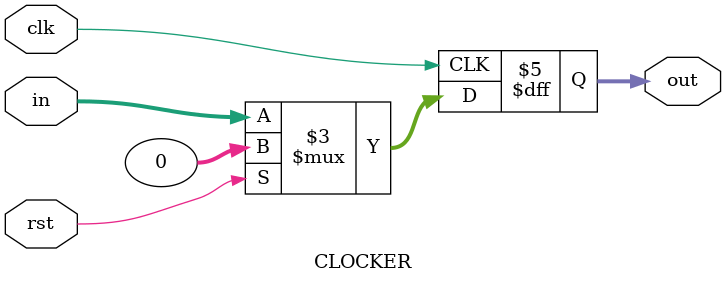
<source format=v>
`timescale 1ns / 1ps

module CLOCKER

#(parameter WIDTH = 32)

(
    input wire clk,
    input wire rst,
    input wire [WIDTH-1:0] in,
    output reg [WIDTH-1:0] out
);

always @(posedge clk)
begin
    if(rst)
        out <= 0;
    else
        out <= in;
end

endmodule

</source>
